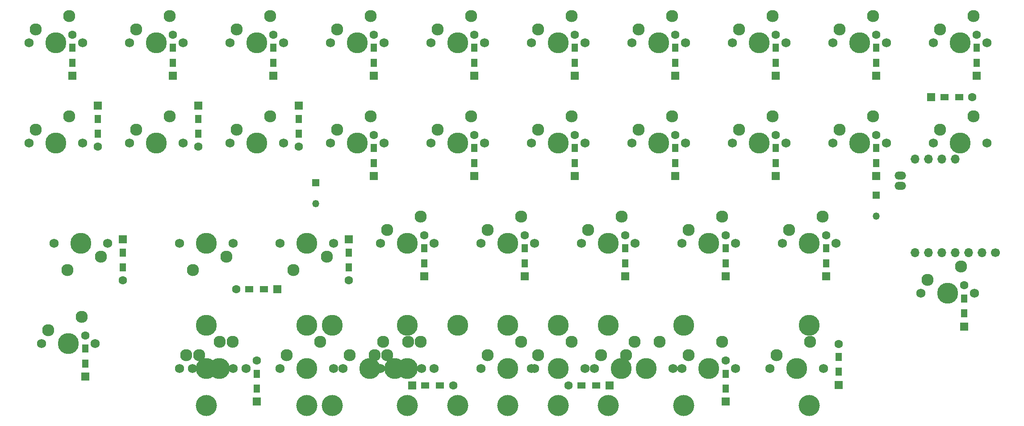
<source format=gbr>
%TF.GenerationSoftware,KiCad,Pcbnew,(7.0.0)*%
%TF.CreationDate,2023-07-09T02:25:53+02:00*%
%TF.ProjectId,pandemonium,70616e64-656d-46f6-9e69-756d2e6b6963,rev?*%
%TF.SameCoordinates,Original*%
%TF.FileFunction,Soldermask,Bot*%
%TF.FilePolarity,Negative*%
%FSLAX46Y46*%
G04 Gerber Fmt 4.6, Leading zero omitted, Abs format (unit mm)*
G04 Created by KiCad (PCBNEW (7.0.0)) date 2023-07-09 02:25:53*
%MOMM*%
%LPD*%
G01*
G04 APERTURE LIST*
%ADD10R,1.200000X1.600000*%
%ADD11R,1.600000X1.600000*%
%ADD12C,1.600000*%
%ADD13C,1.750000*%
%ADD14C,3.987800*%
%ADD15C,2.300000*%
%ADD16C,4.000000*%
%ADD17R,1.600000X1.200000*%
%ADD18R,1.350000X1.350000*%
%ADD19O,1.350000X1.350000*%
%ADD20C,1.700000*%
%ADD21O,1.700000X1.700000*%
%ADD22O,2.200000X1.500000*%
G04 APERTURE END LIST*
D10*
%TO.C,D6*%
X149224999Y-75218749D03*
D11*
X149224999Y-77718749D03*
D12*
X149225000Y-69918750D03*
D10*
X149224999Y-72418749D03*
%TD*%
D13*
%TO.C,MX42*%
X143351250Y-95250000D03*
D14*
X148431250Y-95250000D03*
D13*
X153511250Y-95250000D03*
D15*
X144621250Y-92710000D03*
X150971250Y-90170000D03*
%TD*%
D13*
%TO.C,MX14*%
X64770000Y-95250000D03*
D14*
X69850000Y-95250000D03*
D13*
X74930000Y-95250000D03*
D15*
X66040000Y-92710000D03*
X72390000Y-90170000D03*
%TD*%
D10*
%TO.C,D17*%
X87312499Y-47812499D03*
D11*
X87312499Y-45312499D03*
D12*
X87312500Y-53112500D03*
D10*
X87312499Y-50612499D03*
%TD*%
D13*
%TO.C,MX5*%
X51117500Y-71437500D03*
D14*
X46037500Y-71437500D03*
D13*
X40957500Y-71437500D03*
D15*
X49847500Y-73977500D03*
X43497500Y-76517500D03*
%TD*%
D13*
%TO.C,MX12*%
X74930000Y-71437500D03*
D14*
X69850000Y-71437500D03*
D13*
X64770000Y-71437500D03*
D15*
X73660000Y-73977500D03*
X67310000Y-76517500D03*
%TD*%
D16*
%TO.C,S2*%
X127000000Y-102235000D03*
D14*
X127000000Y-86995000D03*
D16*
X88900000Y-102235000D03*
D14*
X88900000Y-86995000D03*
%TD*%
D10*
%TO.C,D35*%
X130174999Y-75218749D03*
D11*
X130174999Y-77718749D03*
D12*
X130175000Y-69918750D03*
D10*
X130174999Y-72418749D03*
%TD*%
%TO.C,D9*%
X158749999Y-37118749D03*
D11*
X158749999Y-39618749D03*
D12*
X158750000Y-31818750D03*
D10*
X158749999Y-34318749D03*
%TD*%
D17*
%TO.C,D24*%
X143766999Y-98424999D03*
D11*
X146266999Y-98424999D03*
D12*
X138467000Y-98425000D03*
D17*
X140966999Y-98424999D03*
%TD*%
D13*
%TO.C,MX35*%
X83820000Y-95250000D03*
D14*
X88900000Y-95250000D03*
D13*
X93980000Y-95250000D03*
D15*
X85090000Y-92710000D03*
X91440000Y-90170000D03*
%TD*%
D10*
%TO.C,D31*%
X196849999Y-56168749D03*
D11*
X196849999Y-58668749D03*
D12*
X196850000Y-50868750D03*
D10*
X196849999Y-53368749D03*
%TD*%
D13*
%TO.C,MX43*%
X148113750Y-95250000D03*
D14*
X153193750Y-95250000D03*
D13*
X158273750Y-95250000D03*
D15*
X149383750Y-92710000D03*
X155733750Y-90170000D03*
%TD*%
D13*
%TO.C,MX26*%
X102870000Y-71437500D03*
D14*
X107950000Y-71437500D03*
D13*
X113030000Y-71437500D03*
D15*
X104140000Y-68897500D03*
X110490000Y-66357500D03*
%TD*%
D10*
%TO.C,D13*%
X168274999Y-75218749D03*
D11*
X168274999Y-77718749D03*
D12*
X168275000Y-69918750D03*
D10*
X168274999Y-72418749D03*
%TD*%
D13*
%TO.C,MX16*%
X169545000Y-33337500D03*
D14*
X174625000Y-33337500D03*
D13*
X179705000Y-33337500D03*
D15*
X170815000Y-30797500D03*
X177165000Y-28257500D03*
%TD*%
D10*
%TO.C,D18*%
X177799999Y-56168749D03*
D11*
X177799999Y-58668749D03*
D12*
X177800000Y-50868750D03*
D10*
X177799999Y-53368749D03*
%TD*%
D17*
%TO.C,D12*%
X80774999Y-80168749D03*
D11*
X83274999Y-80168749D03*
D12*
X75475000Y-80168750D03*
D17*
X77974999Y-80168749D03*
%TD*%
D13*
%TO.C,MX31*%
X112395000Y-52387500D03*
D14*
X117475000Y-52387500D03*
D13*
X122555000Y-52387500D03*
D15*
X113665000Y-49847500D03*
X120015000Y-47307500D03*
%TD*%
D13*
%TO.C,MX29*%
X112395000Y-33337500D03*
D14*
X117475000Y-33337500D03*
D13*
X122555000Y-33337500D03*
D15*
X113665000Y-30797500D03*
X120015000Y-28257500D03*
%TD*%
D13*
%TO.C,MX36*%
X67151250Y-95250000D03*
D14*
X72231250Y-95250000D03*
D13*
X77311250Y-95250000D03*
D15*
X68421250Y-92710000D03*
X74771250Y-90170000D03*
%TD*%
D10*
%TO.C,D20*%
X187324999Y-75218749D03*
D11*
X187324999Y-77718749D03*
D12*
X187325000Y-69918750D03*
D10*
X187324999Y-72418749D03*
%TD*%
%TO.C,D37*%
X213518749Y-84743749D03*
D11*
X213518749Y-87243749D03*
D12*
X213518750Y-79443750D03*
D10*
X213518749Y-81943749D03*
%TD*%
D17*
%TO.C,D32*%
X209737499Y-43656249D03*
D11*
X207237499Y-43656249D03*
D12*
X215037500Y-43656250D03*
D17*
X212537499Y-43656249D03*
%TD*%
D10*
%TO.C,D29*%
X120649999Y-56168749D03*
D11*
X120649999Y-58668749D03*
D12*
X120650000Y-50868750D03*
D10*
X120649999Y-53368749D03*
%TD*%
%TO.C,D2*%
X139699999Y-37118749D03*
D11*
X139699999Y-39618749D03*
D12*
X139700000Y-31818750D03*
D10*
X139699999Y-34318749D03*
%TD*%
D13*
%TO.C,MX8*%
X55245000Y-33337500D03*
D14*
X60325000Y-33337500D03*
D13*
X65405000Y-33337500D03*
D15*
X56515000Y-30797500D03*
X62865000Y-28257500D03*
%TD*%
D13*
%TO.C,MX37*%
X100488750Y-95250000D03*
D14*
X105568750Y-95250000D03*
D13*
X110648750Y-95250000D03*
D15*
X101758750Y-92710000D03*
X108108750Y-90170000D03*
%TD*%
D10*
%TO.C,D15*%
X82549999Y-37118749D03*
D11*
X82549999Y-39618749D03*
D12*
X82550000Y-31818750D03*
D10*
X82549999Y-34318749D03*
%TD*%
D16*
%TO.C,S3*%
X184150000Y-102235000D03*
D14*
X184150000Y-86995000D03*
D16*
X146050000Y-102235000D03*
D14*
X146050000Y-86995000D03*
%TD*%
D13*
%TO.C,MX18*%
X169545000Y-52387500D03*
D14*
X174625000Y-52387500D03*
D13*
X179705000Y-52387500D03*
D15*
X170815000Y-49847500D03*
X177165000Y-47307500D03*
%TD*%
D10*
%TO.C,D28*%
X101599999Y-56168749D03*
D11*
X101599999Y-58668749D03*
D12*
X101600000Y-50868750D03*
D10*
X101599999Y-53368749D03*
%TD*%
%TO.C,D34*%
X111124999Y-75218749D03*
D11*
X111124999Y-77718749D03*
D12*
X111125000Y-69918750D03*
D10*
X111124999Y-72418749D03*
%TD*%
D13*
%TO.C,MX24*%
X93345000Y-52387500D03*
D14*
X98425000Y-52387500D03*
D13*
X103505000Y-52387500D03*
D15*
X94615000Y-49847500D03*
X100965000Y-47307500D03*
%TD*%
D10*
%TO.C,D16*%
X177799999Y-37118749D03*
D11*
X177799999Y-39618749D03*
D12*
X177800000Y-31818750D03*
D10*
X177799999Y-34318749D03*
%TD*%
D13*
%TO.C,MX44*%
X176688750Y-95250000D03*
D14*
X181768750Y-95250000D03*
D13*
X186848750Y-95250000D03*
D15*
X177958750Y-92710000D03*
X184308750Y-90170000D03*
%TD*%
D13*
%TO.C,MX19*%
X93980000Y-71437500D03*
D14*
X88900000Y-71437500D03*
D13*
X83820000Y-71437500D03*
D15*
X92710000Y-73977500D03*
X86360000Y-76517500D03*
%TD*%
D13*
%TO.C,MX21*%
X102870000Y-95250000D03*
D14*
X107950000Y-95250000D03*
D13*
X113030000Y-95250000D03*
D15*
X104140000Y-92710000D03*
X110490000Y-90170000D03*
%TD*%
D13*
%TO.C,MX15*%
X74295000Y-33337500D03*
D14*
X79375000Y-33337500D03*
D13*
X84455000Y-33337500D03*
D15*
X75565000Y-30797500D03*
X81915000Y-28257500D03*
%TD*%
D10*
%TO.C,D40*%
X168274999Y-99031249D03*
D11*
X168274999Y-101531249D03*
D12*
X168275000Y-93731250D03*
D10*
X168274999Y-96231249D03*
%TD*%
D13*
%TO.C,MX4*%
X131445000Y-52387500D03*
D14*
X136525000Y-52387500D03*
D13*
X141605000Y-52387500D03*
D15*
X132715000Y-49847500D03*
X139065000Y-47307500D03*
%TD*%
D13*
%TO.C,MX2*%
X131445000Y-33337500D03*
D14*
X136525000Y-33337500D03*
D13*
X141605000Y-33337500D03*
D15*
X132715000Y-30797500D03*
X139065000Y-28257500D03*
%TD*%
D10*
%TO.C,D23*%
X120649999Y-37118749D03*
D11*
X120649999Y-39618749D03*
D12*
X120650000Y-31818750D03*
D10*
X120649999Y-34318749D03*
%TD*%
D13*
%TO.C,MX11*%
X150495000Y-52387500D03*
D14*
X155575000Y-52387500D03*
D13*
X160655000Y-52387500D03*
D15*
X151765000Y-49847500D03*
X158115000Y-47307500D03*
%TD*%
D13*
%TO.C,MX9*%
X150495000Y-33337500D03*
D14*
X155575000Y-33337500D03*
D13*
X160655000Y-33337500D03*
D15*
X151765000Y-30797500D03*
X158115000Y-28257500D03*
%TD*%
D13*
%TO.C,MX38*%
X95726250Y-95250000D03*
D14*
X100806250Y-95250000D03*
D13*
X105886250Y-95250000D03*
D15*
X96996250Y-92710000D03*
X103346250Y-90170000D03*
%TD*%
D10*
%TO.C,D4*%
X139699999Y-56168749D03*
D11*
X139699999Y-58668749D03*
D12*
X139700000Y-50868750D03*
D10*
X139699999Y-53368749D03*
%TD*%
D16*
%TO.C,S8*%
X184150000Y-102235000D03*
D14*
X184150000Y-86995000D03*
D16*
X88900000Y-102235000D03*
D14*
X88900000Y-86995000D03*
%TD*%
D13*
%TO.C,MX20*%
X179070000Y-71437500D03*
D14*
X184150000Y-71437500D03*
D13*
X189230000Y-71437500D03*
D15*
X180340000Y-68897500D03*
X186690000Y-66357500D03*
%TD*%
D10*
%TO.C,D11*%
X158749999Y-56168749D03*
D11*
X158749999Y-58668749D03*
D12*
X158750000Y-50868750D03*
D10*
X158749999Y-53368749D03*
%TD*%
%TO.C,D3*%
X49212499Y-47812499D03*
D11*
X49212499Y-45312499D03*
D12*
X49212500Y-53112500D03*
D10*
X49212499Y-50612499D03*
%TD*%
D13*
%TO.C,MX3*%
X36195000Y-52387500D03*
D14*
X41275000Y-52387500D03*
D13*
X46355000Y-52387500D03*
D15*
X37465000Y-49847500D03*
X43815000Y-47307500D03*
%TD*%
D10*
%TO.C,D25*%
X196849999Y-37118749D03*
D11*
X196849999Y-39618749D03*
D12*
X196850000Y-31818750D03*
D10*
X196849999Y-34318749D03*
%TD*%
%TO.C,D19*%
X96837499Y-73212499D03*
D11*
X96837499Y-70712499D03*
D12*
X96837500Y-78512500D03*
D10*
X96837499Y-76012499D03*
%TD*%
%TO.C,D14*%
X79374999Y-99031249D03*
D11*
X79374999Y-101531249D03*
D12*
X79375000Y-93731250D03*
D10*
X79374999Y-96231249D03*
%TD*%
%TO.C,D22*%
X101599999Y-37118749D03*
D11*
X101599999Y-39618749D03*
D12*
X101600000Y-31818750D03*
D10*
X101599999Y-34318749D03*
%TD*%
D13*
%TO.C,MX30*%
X207645000Y-33337500D03*
D14*
X212725000Y-33337500D03*
D13*
X217805000Y-33337500D03*
D15*
X208915000Y-30797500D03*
X215265000Y-28257500D03*
%TD*%
D13*
%TO.C,MX39*%
X121920000Y-95250000D03*
D14*
X127000000Y-95250000D03*
D13*
X132080000Y-95250000D03*
D15*
X123190000Y-92710000D03*
X129540000Y-90170000D03*
%TD*%
D16*
%TO.C,S6*%
X117475000Y-102235000D03*
D14*
X117475000Y-86995000D03*
D16*
X93662500Y-102235000D03*
D14*
X93662500Y-86995000D03*
%TD*%
D13*
%TO.C,MX6*%
X140970000Y-71437500D03*
D14*
X146050000Y-71437500D03*
D13*
X151130000Y-71437500D03*
D15*
X142240000Y-68897500D03*
X148590000Y-66357500D03*
%TD*%
D16*
%TO.C,S4*%
X107950000Y-102235000D03*
D14*
X107950000Y-86995000D03*
D16*
X69850000Y-102235000D03*
D14*
X69850000Y-86995000D03*
%TD*%
D10*
%TO.C,D1*%
X44449999Y-37118749D03*
D11*
X44449999Y-39618749D03*
D12*
X44450000Y-31818750D03*
D10*
X44449999Y-34318749D03*
%TD*%
%TO.C,D10*%
X68262499Y-47812499D03*
D11*
X68262499Y-45312499D03*
D12*
X68262500Y-53112500D03*
D10*
X68262499Y-50612499D03*
%TD*%
D13*
%TO.C,MX10*%
X55245000Y-52387500D03*
D14*
X60325000Y-52387500D03*
D13*
X65405000Y-52387500D03*
D15*
X56515000Y-49847500D03*
X62865000Y-47307500D03*
%TD*%
D13*
%TO.C,MX17*%
X74295000Y-52387500D03*
D14*
X79375000Y-52387500D03*
D13*
X84455000Y-52387500D03*
D15*
X75565000Y-49847500D03*
X81915000Y-47307500D03*
%TD*%
D13*
%TO.C,MX27*%
X205263750Y-80962500D03*
D14*
X210343750Y-80962500D03*
D13*
X215423750Y-80962500D03*
D15*
X206533750Y-78422500D03*
X212883750Y-75882500D03*
%TD*%
D16*
%TO.C,S9*%
X184150000Y-102235000D03*
D14*
X184150000Y-86995000D03*
D16*
X69850000Y-102235000D03*
D14*
X69850000Y-86995000D03*
%TD*%
D10*
%TO.C,D7*%
X46831249Y-94268749D03*
D11*
X46831249Y-96768749D03*
D12*
X46831250Y-88968750D03*
D10*
X46831249Y-91468749D03*
%TD*%
D13*
%TO.C,MX23*%
X188595000Y-33337500D03*
D14*
X193675000Y-33337500D03*
D13*
X198755000Y-33337500D03*
D15*
X189865000Y-30797500D03*
X196215000Y-28257500D03*
%TD*%
D13*
%TO.C,MX1*%
X36195000Y-33337500D03*
D14*
X41275000Y-33337500D03*
D13*
X46355000Y-33337500D03*
D15*
X37465000Y-30797500D03*
X43815000Y-28257500D03*
%TD*%
D13*
%TO.C,MX22*%
X93345000Y-33337500D03*
D14*
X98425000Y-33337500D03*
D13*
X103505000Y-33337500D03*
D15*
X94615000Y-30797500D03*
X100965000Y-28257500D03*
%TD*%
D18*
%TO.C,J2*%
X196849999Y-62293749D03*
D19*
X196849999Y-66293749D03*
%TD*%
D10*
%TO.C,D5*%
X53974999Y-73212499D03*
D11*
X53974999Y-70712499D03*
D12*
X53975000Y-78512500D03*
D10*
X53974999Y-76012499D03*
%TD*%
%TO.C,D27*%
X189706249Y-95856249D03*
D11*
X189706249Y-98356249D03*
D12*
X189706250Y-90556250D03*
D10*
X189706249Y-93056249D03*
%TD*%
D17*
%TO.C,D21*%
X111312499Y-98424999D03*
D11*
X108812499Y-98424999D03*
D12*
X116612500Y-98425000D03*
D17*
X114112499Y-98424999D03*
%TD*%
D13*
%TO.C,MX25*%
X188595000Y-52387500D03*
D14*
X193675000Y-52387500D03*
D13*
X198755000Y-52387500D03*
D15*
X189865000Y-49847500D03*
X196215000Y-47307500D03*
%TD*%
D10*
%TO.C,D8*%
X63499999Y-37118749D03*
D11*
X63499999Y-39618749D03*
D12*
X63500000Y-31818750D03*
D10*
X63499999Y-34318749D03*
%TD*%
D16*
%TO.C,S7*%
X160337500Y-102235000D03*
D14*
X160337500Y-86995000D03*
D16*
X136525000Y-102235000D03*
D14*
X136525000Y-86995000D03*
%TD*%
D10*
%TO.C,D26*%
X215899999Y-37118749D03*
D11*
X215899999Y-39618749D03*
D12*
X215900000Y-31818750D03*
D10*
X215899999Y-34318749D03*
%TD*%
D13*
%TO.C,MX28*%
X160020000Y-95250000D03*
D14*
X165100000Y-95250000D03*
D13*
X170180000Y-95250000D03*
D15*
X161290000Y-92710000D03*
X167640000Y-90170000D03*
%TD*%
D13*
%TO.C,MX32*%
X207645000Y-52387500D03*
D14*
X212725000Y-52387500D03*
D13*
X217805000Y-52387500D03*
D15*
X208915000Y-49847500D03*
X215265000Y-47307500D03*
%TD*%
D13*
%TO.C,MX7*%
X38576250Y-90487500D03*
D14*
X43656250Y-90487500D03*
D13*
X48736250Y-90487500D03*
D15*
X39846250Y-87947500D03*
X46196250Y-85407500D03*
%TD*%
D13*
%TO.C,MX33*%
X121920000Y-71437500D03*
D14*
X127000000Y-71437500D03*
D13*
X132080000Y-71437500D03*
D15*
X123190000Y-68897500D03*
X129540000Y-66357500D03*
%TD*%
D13*
%TO.C,MX34*%
X131445000Y-95250000D03*
D14*
X136525000Y-95250000D03*
D13*
X141605000Y-95250000D03*
D15*
X132715000Y-92710000D03*
X139065000Y-90170000D03*
%TD*%
D13*
%TO.C,MX13*%
X160020000Y-71437500D03*
D14*
X165100000Y-71437500D03*
D13*
X170180000Y-71437500D03*
D15*
X161290000Y-68897500D03*
X167640000Y-66357500D03*
%TD*%
D20*
%TO.C,J1*%
X219386662Y-73189580D03*
D21*
X216846661Y-73189579D03*
X214306661Y-73189579D03*
X211766661Y-73189579D03*
X209226661Y-73189579D03*
X206686661Y-73189579D03*
X204146661Y-73189579D03*
D22*
X201352661Y-60489579D03*
X201352661Y-58584579D03*
D21*
X204146661Y-55409579D03*
X206686661Y-55409579D03*
X209226661Y-55409579D03*
X211766661Y-55409579D03*
%TD*%
D18*
%TO.C,J3*%
X90556249Y-59912499D03*
D19*
X90556249Y-63912499D03*
%TD*%
M02*

</source>
